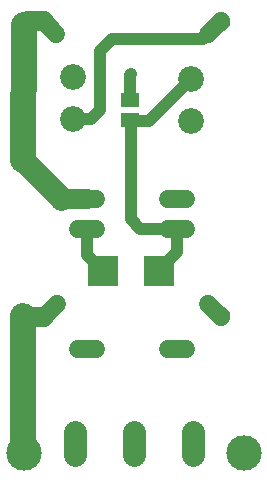
<source format=gbl>
G75*
%MOIN*%
%OFA0B0*%
%FSLAX24Y24*%
%IPPOS*%
%LPD*%
%AMOC8*
5,1,8,0,0,1.08239X$1,22.5*
%
%ADD10R,0.1000X0.1000*%
%ADD11C,0.1181*%
%ADD12C,0.0780*%
%ADD13C,0.0600*%
%ADD14C,0.0594*%
%ADD15C,0.0860*%
%ADD16R,0.0591X0.0512*%
%ADD17OC8,0.0600*%
%ADD18C,0.0400*%
%ADD19C,0.0396*%
%ADD20C,0.0660*%
%ADD21C,0.0860*%
%ADD22C,0.0760*%
%ADD23C,0.1000*%
D10*
X005778Y010084D03*
X007628Y010084D03*
D11*
X003140Y004013D03*
X010455Y004013D03*
D12*
X008767Y003942D02*
X008767Y004722D01*
X006797Y004722D02*
X006797Y003942D01*
X004827Y003942D02*
X004827Y004722D01*
D13*
X004946Y007486D02*
X005546Y007486D01*
X005546Y011486D02*
X004946Y011486D01*
X004946Y012486D02*
X005546Y012486D01*
X007946Y012486D02*
X008546Y012486D01*
X008546Y011486D02*
X007946Y011486D01*
X007946Y007486D02*
X008546Y007486D01*
D14*
X009697Y008555D02*
X009277Y008975D01*
X004223Y008975D02*
X003803Y008555D01*
X004211Y017977D02*
X003791Y018397D01*
X009277Y017977D02*
X009697Y018397D01*
D15*
X008711Y016466D03*
X008711Y015088D03*
X004785Y015147D03*
X004785Y016525D03*
D16*
X006679Y015769D03*
X006679Y015100D03*
D17*
X003805Y018387D03*
X003805Y008545D03*
X009699Y008561D03*
X009711Y018387D03*
D18*
X009697Y018397D02*
X009108Y017809D01*
X006085Y017809D01*
X005679Y017403D01*
X005679Y015443D01*
X005384Y015147D01*
X004785Y015147D01*
X006679Y015100D02*
X006699Y015080D01*
X006699Y011809D01*
X006687Y011797D01*
X006998Y011486D01*
X008246Y011486D01*
X008246Y010703D01*
X007628Y010084D01*
X005778Y010084D02*
X005246Y010616D01*
X005246Y011486D01*
X006699Y015080D02*
X007309Y015080D01*
X008695Y016466D01*
X008711Y016466D01*
X006687Y016628D02*
X006679Y016620D01*
X006679Y015769D01*
D19*
X006687Y016628D03*
D20*
X005246Y012486D02*
X004380Y012486D01*
X003803Y008555D02*
X003114Y008555D01*
X003108Y008561D01*
X003124Y018281D02*
X003256Y018397D01*
X003791Y018397D01*
D21*
X003124Y018281D02*
X003116Y013761D01*
X003108Y008561D02*
X003108Y004045D01*
D22*
X004380Y012486D02*
X004380Y012498D01*
X003116Y013761D01*
D23*
X003108Y004045D02*
X003140Y004013D01*
M02*

</source>
